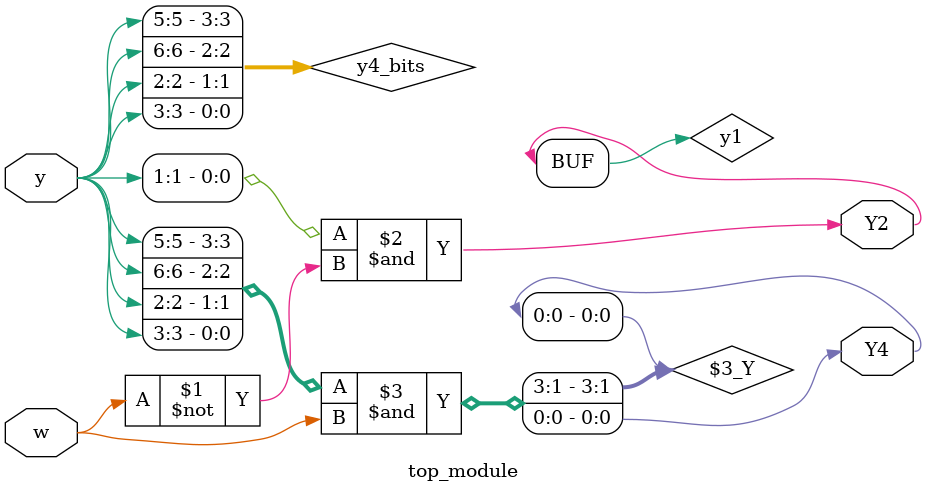
<source format=sv>
module top_module (
	input [6:1] y,
	input w,
	output Y2,
	output Y4
);
	wire y1;
	wire [3:0] y4_bits;
	
	assign y1 = y[1] & ~w;
	assign y4_bits = {y[5], y[6], y[2], y[3]};
	assign Y2 = y1;
	assign Y4 = y4_bits & w;
endmodule

</source>
